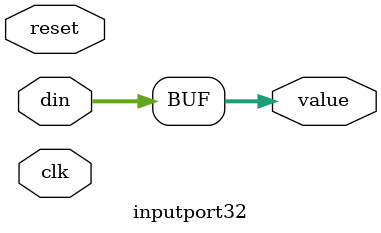
<source format=v>
`default_nettype none

module inputport32
  #(
    parameter WIDTH = 32
    )
   (
    input wire 		  clk,
    input wire 		  reset,

    input wire [WIDTH-1:0] din,
    output signed [WIDTH-1:0] value
    );
   
   assign value = din;
  
endmodule

`default_nettype wire

</source>
